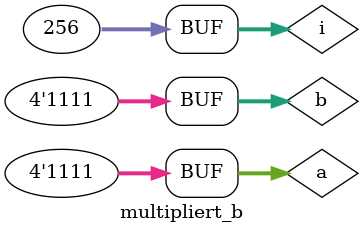
<source format=v>
module multiplier_4_bit_21BCE3546(a, b, out);
input [3:0] a;
input [3:0] b;
output [9:0] out;
assign out=(a*b);
endmodule
module multipliert_b;
reg [3:0] a;
reg [3:0] b;
wire [9:0] out;
integer i;
multiplier_4_bit_21BCE3546 uut (.a(a),.b(b),.out(out) );
initial
begin
$display("21BCE3546 - 4 bit (4X4) Multiplier output table ");
a<=0;b<=0;
$monitor("|a=%0d| b=%0d| out=%0d| ",a,b,out);
 for(i=0;i<256 ;i=i+1)
 begin
 {a,b} = i; #1;
 end
end
endmodule

</source>
